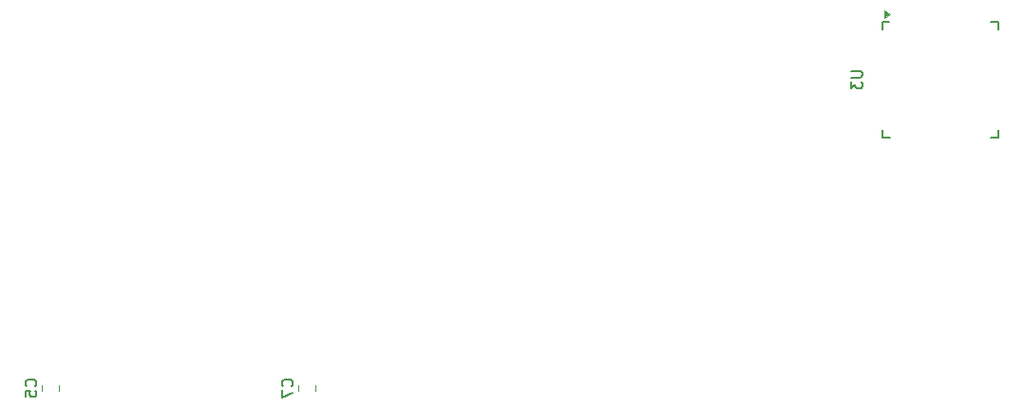
<source format=gbr>
%TF.GenerationSoftware,KiCad,Pcbnew,9.0.0*%
%TF.CreationDate,2025-04-03T15:03:38-06:00*%
%TF.ProjectId,Midi Bass Sch,4d696469-2042-4617-9373-205363682e6b,rev?*%
%TF.SameCoordinates,Original*%
%TF.FileFunction,Legend,Bot*%
%TF.FilePolarity,Positive*%
%FSLAX46Y46*%
G04 Gerber Fmt 4.6, Leading zero omitted, Abs format (unit mm)*
G04 Created by KiCad (PCBNEW 9.0.0) date 2025-04-03 15:03:38*
%MOMM*%
%LPD*%
G01*
G04 APERTURE LIST*
%ADD10C,0.150000*%
%ADD11C,0.120000*%
G04 APERTURE END LIST*
D10*
X172344819Y-189103095D02*
X173154342Y-189103095D01*
X173154342Y-189103095D02*
X173249580Y-189150714D01*
X173249580Y-189150714D02*
X173297200Y-189198333D01*
X173297200Y-189198333D02*
X173344819Y-189293571D01*
X173344819Y-189293571D02*
X173344819Y-189484047D01*
X173344819Y-189484047D02*
X173297200Y-189579285D01*
X173297200Y-189579285D02*
X173249580Y-189626904D01*
X173249580Y-189626904D02*
X173154342Y-189674523D01*
X173154342Y-189674523D02*
X172344819Y-189674523D01*
X172344819Y-190055476D02*
X172344819Y-190674523D01*
X172344819Y-190674523D02*
X172725771Y-190341190D01*
X172725771Y-190341190D02*
X172725771Y-190484047D01*
X172725771Y-190484047D02*
X172773390Y-190579285D01*
X172773390Y-190579285D02*
X172821009Y-190626904D01*
X172821009Y-190626904D02*
X172916247Y-190674523D01*
X172916247Y-190674523D02*
X173154342Y-190674523D01*
X173154342Y-190674523D02*
X173249580Y-190626904D01*
X173249580Y-190626904D02*
X173297200Y-190579285D01*
X173297200Y-190579285D02*
X173344819Y-190484047D01*
X173344819Y-190484047D02*
X173344819Y-190198333D01*
X173344819Y-190198333D02*
X173297200Y-190103095D01*
X173297200Y-190103095D02*
X173249580Y-190055476D01*
X99644580Y-217235833D02*
X99692200Y-217188214D01*
X99692200Y-217188214D02*
X99739819Y-217045357D01*
X99739819Y-217045357D02*
X99739819Y-216950119D01*
X99739819Y-216950119D02*
X99692200Y-216807262D01*
X99692200Y-216807262D02*
X99596961Y-216712024D01*
X99596961Y-216712024D02*
X99501723Y-216664405D01*
X99501723Y-216664405D02*
X99311247Y-216616786D01*
X99311247Y-216616786D02*
X99168390Y-216616786D01*
X99168390Y-216616786D02*
X98977914Y-216664405D01*
X98977914Y-216664405D02*
X98882676Y-216712024D01*
X98882676Y-216712024D02*
X98787438Y-216807262D01*
X98787438Y-216807262D02*
X98739819Y-216950119D01*
X98739819Y-216950119D02*
X98739819Y-217045357D01*
X98739819Y-217045357D02*
X98787438Y-217188214D01*
X98787438Y-217188214D02*
X98835057Y-217235833D01*
X98739819Y-218140595D02*
X98739819Y-217664405D01*
X98739819Y-217664405D02*
X99216009Y-217616786D01*
X99216009Y-217616786D02*
X99168390Y-217664405D01*
X99168390Y-217664405D02*
X99120771Y-217759643D01*
X99120771Y-217759643D02*
X99120771Y-217997738D01*
X99120771Y-217997738D02*
X99168390Y-218092976D01*
X99168390Y-218092976D02*
X99216009Y-218140595D01*
X99216009Y-218140595D02*
X99311247Y-218188214D01*
X99311247Y-218188214D02*
X99549342Y-218188214D01*
X99549342Y-218188214D02*
X99644580Y-218140595D01*
X99644580Y-218140595D02*
X99692200Y-218092976D01*
X99692200Y-218092976D02*
X99739819Y-217997738D01*
X99739819Y-217997738D02*
X99739819Y-217759643D01*
X99739819Y-217759643D02*
X99692200Y-217664405D01*
X99692200Y-217664405D02*
X99644580Y-217616786D01*
X122504580Y-217235833D02*
X122552200Y-217188214D01*
X122552200Y-217188214D02*
X122599819Y-217045357D01*
X122599819Y-217045357D02*
X122599819Y-216950119D01*
X122599819Y-216950119D02*
X122552200Y-216807262D01*
X122552200Y-216807262D02*
X122456961Y-216712024D01*
X122456961Y-216712024D02*
X122361723Y-216664405D01*
X122361723Y-216664405D02*
X122171247Y-216616786D01*
X122171247Y-216616786D02*
X122028390Y-216616786D01*
X122028390Y-216616786D02*
X121837914Y-216664405D01*
X121837914Y-216664405D02*
X121742676Y-216712024D01*
X121742676Y-216712024D02*
X121647438Y-216807262D01*
X121647438Y-216807262D02*
X121599819Y-216950119D01*
X121599819Y-216950119D02*
X121599819Y-217045357D01*
X121599819Y-217045357D02*
X121647438Y-217188214D01*
X121647438Y-217188214D02*
X121695057Y-217235833D01*
X121599819Y-217569167D02*
X121599819Y-218235833D01*
X121599819Y-218235833D02*
X122599819Y-217807262D01*
D11*
%TO.C,U3*%
X175800000Y-184005000D02*
X175330000Y-184345000D01*
X175330000Y-183665000D01*
X175800000Y-184005000D01*
G36*
X175800000Y-184005000D02*
G01*
X175330000Y-184345000D01*
X175330000Y-183665000D01*
X175800000Y-184005000D01*
G37*
D10*
X185515000Y-195040000D02*
X184840000Y-195040000D01*
X185515000Y-195040000D02*
X185515000Y-194365000D01*
X175165000Y-195040000D02*
X175840000Y-195040000D01*
X175165000Y-195040000D02*
X175165000Y-194365000D01*
X185515000Y-184690000D02*
X185515000Y-185365000D01*
X185515000Y-184690000D02*
X184840000Y-184690000D01*
X175165000Y-184690000D02*
X175165000Y-185365000D01*
X175165000Y-184690000D02*
X175780000Y-184690000D01*
D11*
%TO.C,C5*%
X101700000Y-217663752D02*
X101700000Y-217141248D01*
X100230000Y-217663752D02*
X100230000Y-217141248D01*
%TO.C,C7*%
X124560000Y-217663752D02*
X124560000Y-217141248D01*
X123090000Y-217663752D02*
X123090000Y-217141248D01*
%TD*%
M02*

</source>
